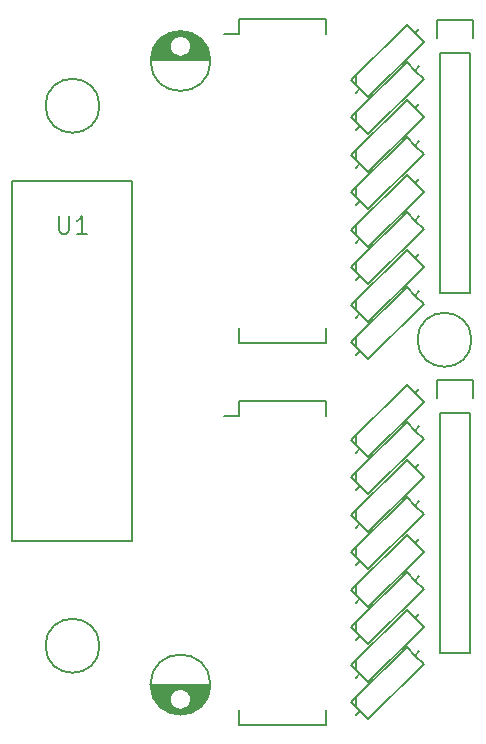
<source format=gbr>
G04 #@! TF.FileFunction,Legend,Top*
%FSLAX46Y46*%
G04 Gerber Fmt 4.6, Leading zero omitted, Abs format (unit mm)*
G04 Created by KiCad (PCBNEW (2015-09-22 BZR 6208)-product) date 10/22/2015 10:46:09 PM*
%MOMM*%
G01*
G04 APERTURE LIST*
%ADD10C,0.100000*%
%ADD11C,0.150000*%
G04 APERTURE END LIST*
D10*
D11*
X118405000Y-79955000D02*
X123403000Y-79955000D01*
X118413000Y-79815000D02*
X123395000Y-79815000D01*
X118429000Y-79675000D02*
X120809000Y-79675000D01*
X120999000Y-79675000D02*
X123379000Y-79675000D01*
X118453000Y-79535000D02*
X120414000Y-79535000D01*
X121394000Y-79535000D02*
X123355000Y-79535000D01*
X118486000Y-79395000D02*
X120247000Y-79395000D01*
X121561000Y-79395000D02*
X123322000Y-79395000D01*
X118527000Y-79255000D02*
X120140000Y-79255000D01*
X121668000Y-79255000D02*
X123281000Y-79255000D01*
X118577000Y-79115000D02*
X120069000Y-79115000D01*
X121739000Y-79115000D02*
X123231000Y-79115000D01*
X118638000Y-78975000D02*
X120025000Y-78975000D01*
X121783000Y-78975000D02*
X123170000Y-78975000D01*
X118708000Y-78835000D02*
X120006000Y-78835000D01*
X121802000Y-78835000D02*
X123100000Y-78835000D01*
X118790000Y-78695000D02*
X120008000Y-78695000D01*
X121800000Y-78695000D02*
X123018000Y-78695000D01*
X118885000Y-78555000D02*
X120033000Y-78555000D01*
X121775000Y-78555000D02*
X122923000Y-78555000D01*
X118996000Y-78415000D02*
X120081000Y-78415000D01*
X121727000Y-78415000D02*
X122812000Y-78415000D01*
X119124000Y-78275000D02*
X120159000Y-78275000D01*
X121649000Y-78275000D02*
X122684000Y-78275000D01*
X119273000Y-78135000D02*
X120276000Y-78135000D01*
X121532000Y-78135000D02*
X122535000Y-78135000D01*
X119452000Y-77995000D02*
X120464000Y-77995000D01*
X121344000Y-77995000D02*
X122356000Y-77995000D01*
X119671000Y-77855000D02*
X122137000Y-77855000D01*
X119960000Y-77715000D02*
X121848000Y-77715000D01*
X120432000Y-77575000D02*
X121376000Y-77575000D01*
X121804000Y-78780000D02*
G75*
G03X121804000Y-78780000I-900000J0D01*
G01*
X123441500Y-80030000D02*
G75*
G03X123441500Y-80030000I-2537500J0D01*
G01*
X135735923Y-82704077D02*
X136095133Y-82344867D01*
X141124077Y-77315923D02*
X140764867Y-77675133D01*
X140764867Y-77675133D02*
X140046446Y-76956713D01*
X140046446Y-76956713D02*
X135376713Y-81626446D01*
X135376713Y-81626446D02*
X136813554Y-83063287D01*
X136813554Y-83063287D02*
X141483287Y-78393554D01*
X141483287Y-78393554D02*
X140764867Y-77675133D01*
X135735923Y-81985656D02*
X135735923Y-81267236D01*
X135735923Y-85879077D02*
X136095133Y-85519867D01*
X141124077Y-80490923D02*
X140764867Y-80850133D01*
X140764867Y-80850133D02*
X140046446Y-80131713D01*
X140046446Y-80131713D02*
X135376713Y-84801446D01*
X135376713Y-84801446D02*
X136813554Y-86238287D01*
X136813554Y-86238287D02*
X141483287Y-81568554D01*
X141483287Y-81568554D02*
X140764867Y-80850133D01*
X135735923Y-85160656D02*
X135735923Y-84442236D01*
X135735923Y-89054077D02*
X136095133Y-88694867D01*
X141124077Y-83665923D02*
X140764867Y-84025133D01*
X140764867Y-84025133D02*
X140046446Y-83306713D01*
X140046446Y-83306713D02*
X135376713Y-87976446D01*
X135376713Y-87976446D02*
X136813554Y-89413287D01*
X136813554Y-89413287D02*
X141483287Y-84743554D01*
X141483287Y-84743554D02*
X140764867Y-84025133D01*
X135735923Y-88335656D02*
X135735923Y-87617236D01*
X135735923Y-92229077D02*
X136095133Y-91869867D01*
X141124077Y-86840923D02*
X140764867Y-87200133D01*
X140764867Y-87200133D02*
X140046446Y-86481713D01*
X140046446Y-86481713D02*
X135376713Y-91151446D01*
X135376713Y-91151446D02*
X136813554Y-92588287D01*
X136813554Y-92588287D02*
X141483287Y-87918554D01*
X141483287Y-87918554D02*
X140764867Y-87200133D01*
X135735923Y-91510656D02*
X135735923Y-90792236D01*
X135735923Y-95404077D02*
X136095133Y-95044867D01*
X141124077Y-90015923D02*
X140764867Y-90375133D01*
X140764867Y-90375133D02*
X140046446Y-89656713D01*
X140046446Y-89656713D02*
X135376713Y-94326446D01*
X135376713Y-94326446D02*
X136813554Y-95763287D01*
X136813554Y-95763287D02*
X141483287Y-91093554D01*
X141483287Y-91093554D02*
X140764867Y-90375133D01*
X135735923Y-94685656D02*
X135735923Y-93967236D01*
X135735923Y-98579077D02*
X136095133Y-98219867D01*
X141124077Y-93190923D02*
X140764867Y-93550133D01*
X140764867Y-93550133D02*
X140046446Y-92831713D01*
X140046446Y-92831713D02*
X135376713Y-97501446D01*
X135376713Y-97501446D02*
X136813554Y-98938287D01*
X136813554Y-98938287D02*
X141483287Y-94268554D01*
X141483287Y-94268554D02*
X140764867Y-93550133D01*
X135735923Y-97860656D02*
X135735923Y-97142236D01*
X135735923Y-101754077D02*
X136095133Y-101394867D01*
X141124077Y-96365923D02*
X140764867Y-96725133D01*
X140764867Y-96725133D02*
X140046446Y-96006713D01*
X140046446Y-96006713D02*
X135376713Y-100676446D01*
X135376713Y-100676446D02*
X136813554Y-102113287D01*
X136813554Y-102113287D02*
X141483287Y-97443554D01*
X141483287Y-97443554D02*
X140764867Y-96725133D01*
X135735923Y-101035656D02*
X135735923Y-100317236D01*
X135735923Y-104929077D02*
X136095133Y-104569867D01*
X141124077Y-99540923D02*
X140764867Y-99900133D01*
X140764867Y-99900133D02*
X140046446Y-99181713D01*
X140046446Y-99181713D02*
X135376713Y-103851446D01*
X135376713Y-103851446D02*
X136813554Y-105288287D01*
X136813554Y-105288287D02*
X141483287Y-100618554D01*
X141483287Y-100618554D02*
X140764867Y-99900133D01*
X135735923Y-104210656D02*
X135735923Y-103492236D01*
X135735923Y-113184077D02*
X136095133Y-112824867D01*
X141124077Y-107795923D02*
X140764867Y-108155133D01*
X140764867Y-108155133D02*
X140046446Y-107436713D01*
X140046446Y-107436713D02*
X135376713Y-112106446D01*
X135376713Y-112106446D02*
X136813554Y-113543287D01*
X136813554Y-113543287D02*
X141483287Y-108873554D01*
X141483287Y-108873554D02*
X140764867Y-108155133D01*
X135735923Y-112465656D02*
X135735923Y-111747236D01*
X135735923Y-116359077D02*
X136095133Y-115999867D01*
X141124077Y-110970923D02*
X140764867Y-111330133D01*
X140764867Y-111330133D02*
X140046446Y-110611713D01*
X140046446Y-110611713D02*
X135376713Y-115281446D01*
X135376713Y-115281446D02*
X136813554Y-116718287D01*
X136813554Y-116718287D02*
X141483287Y-112048554D01*
X141483287Y-112048554D02*
X140764867Y-111330133D01*
X135735923Y-115640656D02*
X135735923Y-114922236D01*
X135735923Y-119534077D02*
X136095133Y-119174867D01*
X141124077Y-114145923D02*
X140764867Y-114505133D01*
X140764867Y-114505133D02*
X140046446Y-113786713D01*
X140046446Y-113786713D02*
X135376713Y-118456446D01*
X135376713Y-118456446D02*
X136813554Y-119893287D01*
X136813554Y-119893287D02*
X141483287Y-115223554D01*
X141483287Y-115223554D02*
X140764867Y-114505133D01*
X135735923Y-118815656D02*
X135735923Y-118097236D01*
X135735923Y-122709077D02*
X136095133Y-122349867D01*
X141124077Y-117320923D02*
X140764867Y-117680133D01*
X140764867Y-117680133D02*
X140046446Y-116961713D01*
X140046446Y-116961713D02*
X135376713Y-121631446D01*
X135376713Y-121631446D02*
X136813554Y-123068287D01*
X136813554Y-123068287D02*
X141483287Y-118398554D01*
X141483287Y-118398554D02*
X140764867Y-117680133D01*
X135735923Y-121990656D02*
X135735923Y-121272236D01*
X135735923Y-125884077D02*
X136095133Y-125524867D01*
X141124077Y-120495923D02*
X140764867Y-120855133D01*
X140764867Y-120855133D02*
X140046446Y-120136713D01*
X140046446Y-120136713D02*
X135376713Y-124806446D01*
X135376713Y-124806446D02*
X136813554Y-126243287D01*
X136813554Y-126243287D02*
X141483287Y-121573554D01*
X141483287Y-121573554D02*
X140764867Y-120855133D01*
X135735923Y-125165656D02*
X135735923Y-124447236D01*
X135735923Y-129059077D02*
X136095133Y-128699867D01*
X141124077Y-123670923D02*
X140764867Y-124030133D01*
X140764867Y-124030133D02*
X140046446Y-123311713D01*
X140046446Y-123311713D02*
X135376713Y-127981446D01*
X135376713Y-127981446D02*
X136813554Y-129418287D01*
X136813554Y-129418287D02*
X141483287Y-124748554D01*
X141483287Y-124748554D02*
X140764867Y-124030133D01*
X135735923Y-128340656D02*
X135735923Y-127622236D01*
X135735923Y-132234077D02*
X136095133Y-131874867D01*
X141124077Y-126845923D02*
X140764867Y-127205133D01*
X140764867Y-127205133D02*
X140046446Y-126486713D01*
X140046446Y-126486713D02*
X135376713Y-131156446D01*
X135376713Y-131156446D02*
X136813554Y-132593287D01*
X136813554Y-132593287D02*
X141483287Y-127923554D01*
X141483287Y-127923554D02*
X140764867Y-127205133D01*
X135735923Y-131515656D02*
X135735923Y-130797236D01*
X135735923Y-135409077D02*
X136095133Y-135049867D01*
X141124077Y-130020923D02*
X140764867Y-130380133D01*
X140764867Y-130380133D02*
X140046446Y-129661713D01*
X140046446Y-129661713D02*
X135376713Y-134331446D01*
X135376713Y-134331446D02*
X136813554Y-135768287D01*
X136813554Y-135768287D02*
X141483287Y-131098554D01*
X141483287Y-131098554D02*
X140764867Y-130380133D01*
X135735923Y-134690656D02*
X135735923Y-133972236D01*
X116840000Y-90170000D02*
X116840000Y-120650000D01*
X116840000Y-120650000D02*
X106680000Y-120650000D01*
X106680000Y-120650000D02*
X106680000Y-90170000D01*
X106680000Y-90170000D02*
X116840000Y-90170000D01*
X125865000Y-76445000D02*
X125865000Y-77715000D01*
X133215000Y-76445000D02*
X133215000Y-77715000D01*
X133215000Y-103895000D02*
X133215000Y-102625000D01*
X125865000Y-103895000D02*
X125865000Y-102625000D01*
X125865000Y-76445000D02*
X133215000Y-76445000D01*
X125865000Y-103895000D02*
X133215000Y-103895000D01*
X125865000Y-77715000D02*
X124580000Y-77715000D01*
X125865000Y-108830000D02*
X125865000Y-110100000D01*
X133215000Y-108830000D02*
X133215000Y-110100000D01*
X133215000Y-136280000D02*
X133215000Y-135010000D01*
X125865000Y-136280000D02*
X125865000Y-135010000D01*
X125865000Y-108830000D02*
X133215000Y-108830000D01*
X125865000Y-136280000D02*
X133215000Y-136280000D01*
X125865000Y-110100000D02*
X124580000Y-110100000D01*
X142875000Y-109855000D02*
X142875000Y-130175000D01*
X142875000Y-130175000D02*
X145415000Y-130175000D01*
X145415000Y-130175000D02*
X145415000Y-109855000D01*
X142595000Y-107035000D02*
X142595000Y-108585000D01*
X142875000Y-109855000D02*
X145415000Y-109855000D01*
X145695000Y-108585000D02*
X145695000Y-107035000D01*
X145695000Y-107035000D02*
X142595000Y-107035000D01*
X142875000Y-79375000D02*
X142875000Y-99695000D01*
X142875000Y-99695000D02*
X145415000Y-99695000D01*
X145415000Y-99695000D02*
X145415000Y-79375000D01*
X142595000Y-76555000D02*
X142595000Y-78105000D01*
X142875000Y-79375000D02*
X145415000Y-79375000D01*
X145695000Y-78105000D02*
X145695000Y-76555000D01*
X145695000Y-76555000D02*
X142595000Y-76555000D01*
X123403000Y-132897000D02*
X118405000Y-132897000D01*
X123395000Y-133037000D02*
X118413000Y-133037000D01*
X123379000Y-133177000D02*
X120999000Y-133177000D01*
X120809000Y-133177000D02*
X118429000Y-133177000D01*
X123355000Y-133317000D02*
X121394000Y-133317000D01*
X120414000Y-133317000D02*
X118453000Y-133317000D01*
X123322000Y-133457000D02*
X121561000Y-133457000D01*
X120247000Y-133457000D02*
X118486000Y-133457000D01*
X123281000Y-133597000D02*
X121668000Y-133597000D01*
X120140000Y-133597000D02*
X118527000Y-133597000D01*
X123231000Y-133737000D02*
X121739000Y-133737000D01*
X120069000Y-133737000D02*
X118577000Y-133737000D01*
X123170000Y-133877000D02*
X121783000Y-133877000D01*
X120025000Y-133877000D02*
X118638000Y-133877000D01*
X123100000Y-134017000D02*
X121802000Y-134017000D01*
X120006000Y-134017000D02*
X118708000Y-134017000D01*
X123018000Y-134157000D02*
X121800000Y-134157000D01*
X120008000Y-134157000D02*
X118790000Y-134157000D01*
X122923000Y-134297000D02*
X121775000Y-134297000D01*
X120033000Y-134297000D02*
X118885000Y-134297000D01*
X122812000Y-134437000D02*
X121727000Y-134437000D01*
X120081000Y-134437000D02*
X118996000Y-134437000D01*
X122684000Y-134577000D02*
X121649000Y-134577000D01*
X120159000Y-134577000D02*
X119124000Y-134577000D01*
X122535000Y-134717000D02*
X121532000Y-134717000D01*
X120276000Y-134717000D02*
X119273000Y-134717000D01*
X122356000Y-134857000D02*
X121344000Y-134857000D01*
X120464000Y-134857000D02*
X119452000Y-134857000D01*
X122137000Y-134997000D02*
X119671000Y-134997000D01*
X121848000Y-135137000D02*
X119960000Y-135137000D01*
X121376000Y-135277000D02*
X120432000Y-135277000D01*
X121804000Y-134072000D02*
G75*
G03X121804000Y-134072000I-900000J0D01*
G01*
X123441500Y-132822000D02*
G75*
G03X123441500Y-132822000I-2537500J0D01*
G01*
X114046000Y-83820000D02*
G75*
G03X114046000Y-83820000I-2286000J0D01*
G01*
X114046000Y-129540000D02*
G75*
G03X114046000Y-129540000I-2286000J0D01*
G01*
X145542000Y-103632000D02*
G75*
G03X145542000Y-103632000I-2286000J0D01*
G01*
X110617143Y-93158571D02*
X110617143Y-94372857D01*
X110688571Y-94515714D01*
X110760000Y-94587143D01*
X110902857Y-94658571D01*
X111188571Y-94658571D01*
X111331429Y-94587143D01*
X111402857Y-94515714D01*
X111474286Y-94372857D01*
X111474286Y-93158571D01*
X112974286Y-94658571D02*
X112117143Y-94658571D01*
X112545715Y-94658571D02*
X112545715Y-93158571D01*
X112402858Y-93372857D01*
X112260000Y-93515714D01*
X112117143Y-93587143D01*
M02*

</source>
